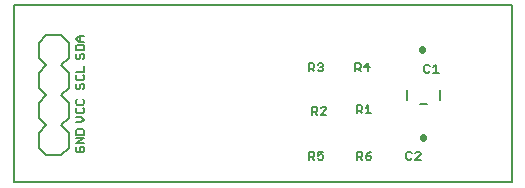
<source format=gto>
G75*
%MOIN*%
%OFA0B0*%
%FSLAX24Y24*%
%IPPOS*%
%LPD*%
%AMOC8*
5,1,8,0,0,1.08239X$1,22.5*
%
%ADD10C,0.0080*%
%ADD11C,0.0050*%
%ADD12C,0.0220*%
D10*
X000161Y000753D02*
X000161Y006658D01*
X016769Y006658D01*
X016769Y000753D01*
X000161Y000753D01*
X001237Y001654D02*
X000987Y001904D01*
X000987Y002404D01*
X001237Y002654D01*
X000987Y002904D01*
X000987Y003404D01*
X001237Y003654D01*
X000987Y003904D01*
X000987Y004404D01*
X001237Y004654D01*
X000987Y004904D01*
X000987Y005404D01*
X001237Y005654D01*
X001737Y005654D01*
X001987Y005404D01*
X001987Y004904D01*
X001737Y004654D01*
X001987Y004404D01*
X001987Y003904D01*
X001737Y003654D01*
X001987Y003404D01*
X001987Y002904D01*
X001737Y002654D01*
X001987Y002404D01*
X001987Y001904D01*
X001737Y001654D01*
X001237Y001654D01*
X013261Y003497D02*
X013261Y003835D01*
X013715Y003347D02*
X013927Y003347D01*
X014381Y003497D02*
X014381Y003835D01*
D11*
X014326Y004404D02*
X014146Y004404D01*
X014236Y004404D02*
X014236Y004674D01*
X014146Y004584D01*
X014031Y004629D02*
X013986Y004674D01*
X013896Y004674D01*
X013851Y004629D01*
X013851Y004449D01*
X013896Y004404D01*
X013986Y004404D01*
X014031Y004449D01*
X012026Y004589D02*
X011846Y004589D01*
X011981Y004724D01*
X011981Y004454D01*
X011731Y004454D02*
X011641Y004544D01*
X011686Y004544D02*
X011551Y004544D01*
X011686Y004544D02*
X011731Y004589D01*
X011731Y004679D01*
X011686Y004724D01*
X011551Y004724D01*
X011551Y004454D01*
X010476Y004499D02*
X010431Y004454D01*
X010341Y004454D01*
X010296Y004499D01*
X010181Y004454D02*
X010091Y004544D01*
X010136Y004544D02*
X010001Y004544D01*
X010136Y004544D02*
X010181Y004589D01*
X010181Y004679D01*
X010136Y004724D01*
X010001Y004724D01*
X010001Y004454D01*
X010386Y004589D02*
X010431Y004589D01*
X010476Y004544D01*
X010476Y004499D01*
X010431Y004589D02*
X010476Y004634D01*
X010476Y004679D01*
X010431Y004724D01*
X010341Y004724D01*
X010296Y004679D01*
X011601Y003324D02*
X011736Y003324D01*
X011781Y003279D01*
X011781Y003189D01*
X011736Y003144D01*
X011601Y003144D01*
X011691Y003144D02*
X011781Y003054D01*
X011896Y003054D02*
X012076Y003054D01*
X011986Y003054D02*
X011986Y003324D01*
X011896Y003234D01*
X011601Y003324D02*
X011601Y003054D01*
X010576Y003004D02*
X010396Y003004D01*
X010576Y003184D01*
X010576Y003229D01*
X010531Y003274D01*
X010441Y003274D01*
X010396Y003229D01*
X010281Y003229D02*
X010281Y003139D01*
X010236Y003094D01*
X010101Y003094D01*
X010191Y003094D02*
X010281Y003004D01*
X010101Y003004D02*
X010101Y003274D01*
X010236Y003274D01*
X010281Y003229D01*
X010296Y001774D02*
X010296Y001639D01*
X010386Y001684D01*
X010431Y001684D01*
X010476Y001639D01*
X010476Y001549D01*
X010431Y001504D01*
X010341Y001504D01*
X010296Y001549D01*
X010181Y001504D02*
X010091Y001594D01*
X010136Y001594D02*
X010001Y001594D01*
X010001Y001504D02*
X010001Y001774D01*
X010136Y001774D01*
X010181Y001729D01*
X010181Y001639D01*
X010136Y001594D01*
X010296Y001774D02*
X010476Y001774D01*
X011601Y001774D02*
X011601Y001504D01*
X011601Y001594D02*
X011736Y001594D01*
X011781Y001639D01*
X011781Y001729D01*
X011736Y001774D01*
X011601Y001774D01*
X011896Y001639D02*
X012031Y001639D01*
X012076Y001594D01*
X012076Y001549D01*
X012031Y001504D01*
X011941Y001504D01*
X011896Y001549D01*
X011896Y001639D01*
X011986Y001729D01*
X012076Y001774D01*
X011781Y001504D02*
X011691Y001594D01*
X013251Y001549D02*
X013296Y001504D01*
X013386Y001504D01*
X013431Y001549D01*
X013546Y001504D02*
X013726Y001684D01*
X013726Y001729D01*
X013681Y001774D01*
X013591Y001774D01*
X013546Y001729D01*
X013431Y001729D02*
X013386Y001774D01*
X013296Y001774D01*
X013251Y001729D01*
X013251Y001549D01*
X013546Y001504D02*
X013726Y001504D01*
X002501Y001799D02*
X002456Y001754D01*
X002276Y001754D01*
X002231Y001799D01*
X002231Y001889D01*
X002276Y001934D01*
X002366Y001934D02*
X002366Y001844D01*
X002366Y001934D02*
X002456Y001934D01*
X002501Y001889D01*
X002501Y001799D01*
X002501Y002048D02*
X002231Y002048D01*
X002501Y002229D01*
X002231Y002229D01*
X002231Y002343D02*
X002231Y002478D01*
X002276Y002523D01*
X002456Y002523D01*
X002501Y002478D01*
X002501Y002343D01*
X002231Y002343D01*
X002231Y002754D02*
X002411Y002754D01*
X002501Y002844D01*
X002411Y002934D01*
X002231Y002934D01*
X002276Y003048D02*
X002456Y003048D01*
X002501Y003093D01*
X002501Y003184D01*
X002456Y003229D01*
X002456Y003343D02*
X002276Y003343D01*
X002231Y003388D01*
X002231Y003478D01*
X002276Y003523D01*
X002456Y003523D02*
X002501Y003478D01*
X002501Y003388D01*
X002456Y003343D01*
X002276Y003229D02*
X002231Y003184D01*
X002231Y003093D01*
X002276Y003048D01*
X002276Y003854D02*
X002321Y003854D01*
X002366Y003899D01*
X002366Y003989D01*
X002411Y004034D01*
X002456Y004034D01*
X002501Y003989D01*
X002501Y003899D01*
X002456Y003854D01*
X002276Y003854D02*
X002231Y003899D01*
X002231Y003989D01*
X002276Y004034D01*
X002276Y004148D02*
X002456Y004148D01*
X002501Y004193D01*
X002501Y004284D01*
X002456Y004329D01*
X002501Y004443D02*
X002231Y004443D01*
X002276Y004329D02*
X002231Y004284D01*
X002231Y004193D01*
X002276Y004148D01*
X002501Y004443D02*
X002501Y004623D01*
X002456Y004854D02*
X002501Y004899D01*
X002501Y004989D01*
X002456Y005034D01*
X002411Y005034D01*
X002366Y004989D01*
X002366Y004899D01*
X002321Y004854D01*
X002276Y004854D01*
X002231Y004899D01*
X002231Y004989D01*
X002276Y005034D01*
X002231Y005148D02*
X002231Y005284D01*
X002276Y005329D01*
X002456Y005329D01*
X002501Y005284D01*
X002501Y005148D01*
X002231Y005148D01*
X002321Y005443D02*
X002231Y005533D01*
X002321Y005623D01*
X002501Y005623D01*
X002366Y005623D02*
X002366Y005443D01*
X002321Y005443D02*
X002501Y005443D01*
D12*
X013771Y005199D02*
X013771Y005175D01*
X013810Y002250D02*
X013810Y002226D01*
M02*

</source>
